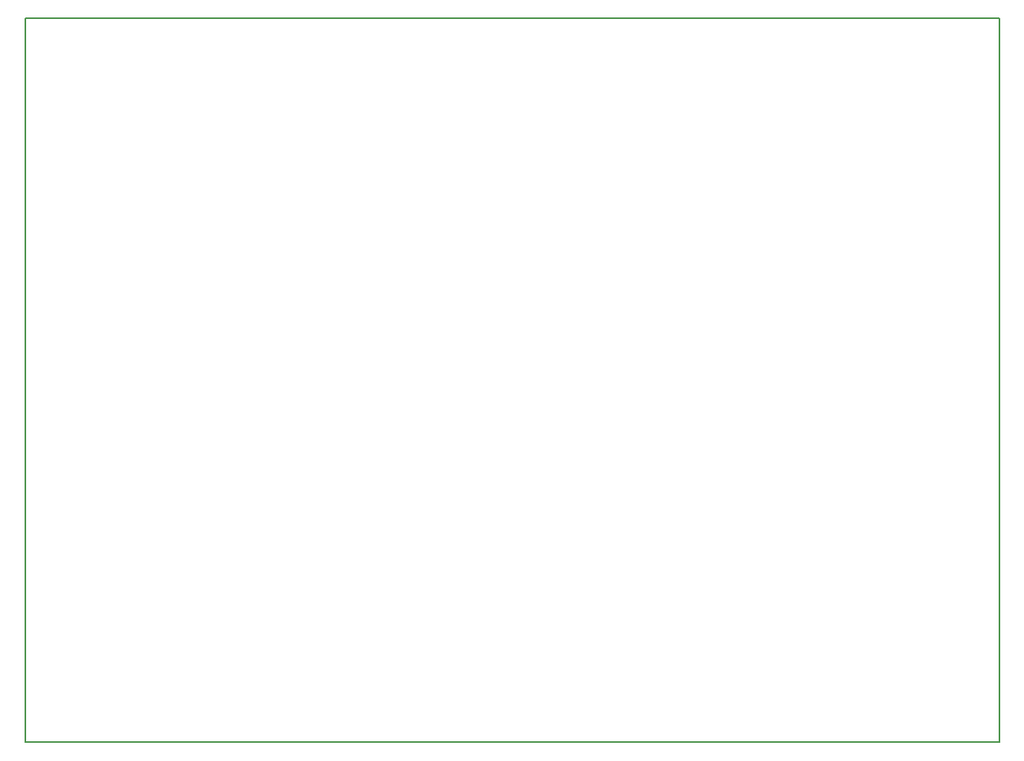
<source format=gbr>
G04 DipTrace 2.3.1.0*
%INBoardOutline.gbr*%
%MOIN*%
%ADD11C,0.0055*%
%FSLAX44Y44*%
G04*
G70*
G90*
G75*
G01*
%LNBoardOutline*%
%LPD*%
X3937Y34437D2*
D11*
Y3937D1*
X44937D1*
Y34437D1*
X3937D1*
M02*

</source>
